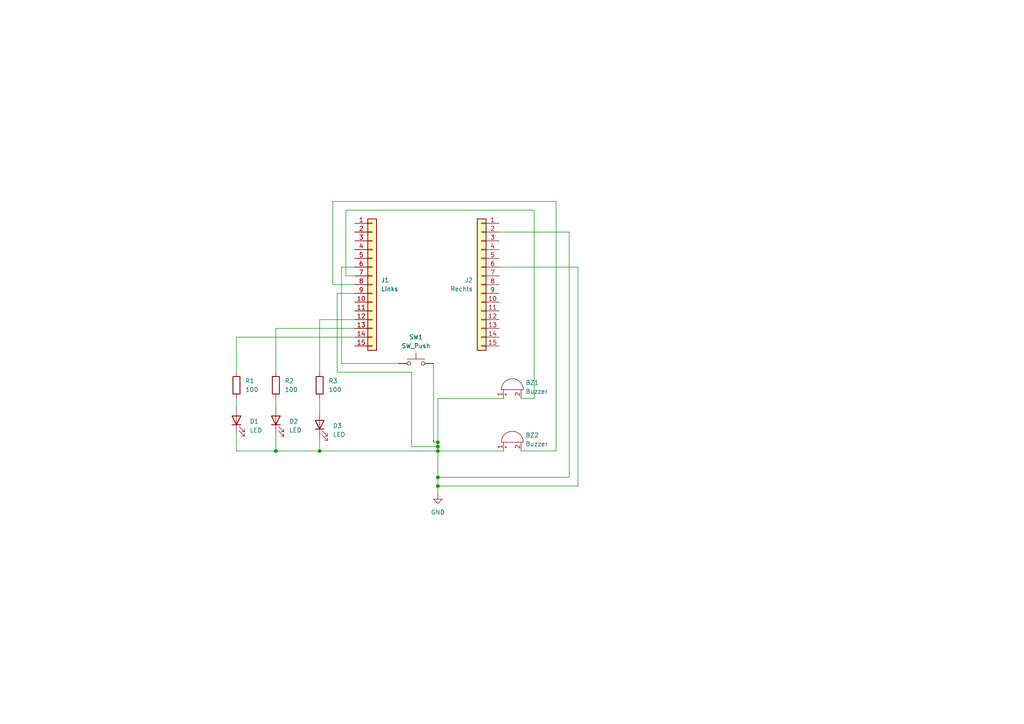
<source format=kicad_sch>
(kicad_sch
	(version 20250114)
	(generator "eeschema")
	(generator_version "9.0")
	(uuid "b60e0c89-4313-4209-9f1d-96b503de96f1")
	(paper "A4")
	(lib_symbols
		(symbol "Connector_Generic:Conn_01x15"
			(pin_names
				(offset 1.016)
				(hide yes)
			)
			(exclude_from_sim no)
			(in_bom yes)
			(on_board yes)
			(property "Reference" "J"
				(at 0 20.32 0)
				(effects
					(font
						(size 1.27 1.27)
					)
				)
			)
			(property "Value" "Conn_01x15"
				(at 0 -20.32 0)
				(effects
					(font
						(size 1.27 1.27)
					)
				)
			)
			(property "Footprint" ""
				(at 0 0 0)
				(effects
					(font
						(size 1.27 1.27)
					)
					(hide yes)
				)
			)
			(property "Datasheet" "~"
				(at 0 0 0)
				(effects
					(font
						(size 1.27 1.27)
					)
					(hide yes)
				)
			)
			(property "Description" "Generic connector, single row, 01x15, script generated (kicad-library-utils/schlib/autogen/connector/)"
				(at 0 0 0)
				(effects
					(font
						(size 1.27 1.27)
					)
					(hide yes)
				)
			)
			(property "ki_keywords" "connector"
				(at 0 0 0)
				(effects
					(font
						(size 1.27 1.27)
					)
					(hide yes)
				)
			)
			(property "ki_fp_filters" "Connector*:*_1x??_*"
				(at 0 0 0)
				(effects
					(font
						(size 1.27 1.27)
					)
					(hide yes)
				)
			)
			(symbol "Conn_01x15_1_1"
				(rectangle
					(start -1.27 19.05)
					(end 1.27 -19.05)
					(stroke
						(width 0.254)
						(type default)
					)
					(fill
						(type background)
					)
				)
				(rectangle
					(start -1.27 17.907)
					(end 0 17.653)
					(stroke
						(width 0.1524)
						(type default)
					)
					(fill
						(type none)
					)
				)
				(rectangle
					(start -1.27 15.367)
					(end 0 15.113)
					(stroke
						(width 0.1524)
						(type default)
					)
					(fill
						(type none)
					)
				)
				(rectangle
					(start -1.27 12.827)
					(end 0 12.573)
					(stroke
						(width 0.1524)
						(type default)
					)
					(fill
						(type none)
					)
				)
				(rectangle
					(start -1.27 10.287)
					(end 0 10.033)
					(stroke
						(width 0.1524)
						(type default)
					)
					(fill
						(type none)
					)
				)
				(rectangle
					(start -1.27 7.747)
					(end 0 7.493)
					(stroke
						(width 0.1524)
						(type default)
					)
					(fill
						(type none)
					)
				)
				(rectangle
					(start -1.27 5.207)
					(end 0 4.953)
					(stroke
						(width 0.1524)
						(type default)
					)
					(fill
						(type none)
					)
				)
				(rectangle
					(start -1.27 2.667)
					(end 0 2.413)
					(stroke
						(width 0.1524)
						(type default)
					)
					(fill
						(type none)
					)
				)
				(rectangle
					(start -1.27 0.127)
					(end 0 -0.127)
					(stroke
						(width 0.1524)
						(type default)
					)
					(fill
						(type none)
					)
				)
				(rectangle
					(start -1.27 -2.413)
					(end 0 -2.667)
					(stroke
						(width 0.1524)
						(type default)
					)
					(fill
						(type none)
					)
				)
				(rectangle
					(start -1.27 -4.953)
					(end 0 -5.207)
					(stroke
						(width 0.1524)
						(type default)
					)
					(fill
						(type none)
					)
				)
				(rectangle
					(start -1.27 -7.493)
					(end 0 -7.747)
					(stroke
						(width 0.1524)
						(type default)
					)
					(fill
						(type none)
					)
				)
				(rectangle
					(start -1.27 -10.033)
					(end 0 -10.287)
					(stroke
						(width 0.1524)
						(type default)
					)
					(fill
						(type none)
					)
				)
				(rectangle
					(start -1.27 -12.573)
					(end 0 -12.827)
					(stroke
						(width 0.1524)
						(type default)
					)
					(fill
						(type none)
					)
				)
				(rectangle
					(start -1.27 -15.113)
					(end 0 -15.367)
					(stroke
						(width 0.1524)
						(type default)
					)
					(fill
						(type none)
					)
				)
				(rectangle
					(start -1.27 -17.653)
					(end 0 -17.907)
					(stroke
						(width 0.1524)
						(type default)
					)
					(fill
						(type none)
					)
				)
				(pin passive line
					(at -5.08 17.78 0)
					(length 3.81)
					(name "Pin_1"
						(effects
							(font
								(size 1.27 1.27)
							)
						)
					)
					(number "1"
						(effects
							(font
								(size 1.27 1.27)
							)
						)
					)
				)
				(pin passive line
					(at -5.08 15.24 0)
					(length 3.81)
					(name "Pin_2"
						(effects
							(font
								(size 1.27 1.27)
							)
						)
					)
					(number "2"
						(effects
							(font
								(size 1.27 1.27)
							)
						)
					)
				)
				(pin passive line
					(at -5.08 12.7 0)
					(length 3.81)
					(name "Pin_3"
						(effects
							(font
								(size 1.27 1.27)
							)
						)
					)
					(number "3"
						(effects
							(font
								(size 1.27 1.27)
							)
						)
					)
				)
				(pin passive line
					(at -5.08 10.16 0)
					(length 3.81)
					(name "Pin_4"
						(effects
							(font
								(size 1.27 1.27)
							)
						)
					)
					(number "4"
						(effects
							(font
								(size 1.27 1.27)
							)
						)
					)
				)
				(pin passive line
					(at -5.08 7.62 0)
					(length 3.81)
					(name "Pin_5"
						(effects
							(font
								(size 1.27 1.27)
							)
						)
					)
					(number "5"
						(effects
							(font
								(size 1.27 1.27)
							)
						)
					)
				)
				(pin passive line
					(at -5.08 5.08 0)
					(length 3.81)
					(name "Pin_6"
						(effects
							(font
								(size 1.27 1.27)
							)
						)
					)
					(number "6"
						(effects
							(font
								(size 1.27 1.27)
							)
						)
					)
				)
				(pin passive line
					(at -5.08 2.54 0)
					(length 3.81)
					(name "Pin_7"
						(effects
							(font
								(size 1.27 1.27)
							)
						)
					)
					(number "7"
						(effects
							(font
								(size 1.27 1.27)
							)
						)
					)
				)
				(pin passive line
					(at -5.08 0 0)
					(length 3.81)
					(name "Pin_8"
						(effects
							(font
								(size 1.27 1.27)
							)
						)
					)
					(number "8"
						(effects
							(font
								(size 1.27 1.27)
							)
						)
					)
				)
				(pin passive line
					(at -5.08 -2.54 0)
					(length 3.81)
					(name "Pin_9"
						(effects
							(font
								(size 1.27 1.27)
							)
						)
					)
					(number "9"
						(effects
							(font
								(size 1.27 1.27)
							)
						)
					)
				)
				(pin passive line
					(at -5.08 -5.08 0)
					(length 3.81)
					(name "Pin_10"
						(effects
							(font
								(size 1.27 1.27)
							)
						)
					)
					(number "10"
						(effects
							(font
								(size 1.27 1.27)
							)
						)
					)
				)
				(pin passive line
					(at -5.08 -7.62 0)
					(length 3.81)
					(name "Pin_11"
						(effects
							(font
								(size 1.27 1.27)
							)
						)
					)
					(number "11"
						(effects
							(font
								(size 1.27 1.27)
							)
						)
					)
				)
				(pin passive line
					(at -5.08 -10.16 0)
					(length 3.81)
					(name "Pin_12"
						(effects
							(font
								(size 1.27 1.27)
							)
						)
					)
					(number "12"
						(effects
							(font
								(size 1.27 1.27)
							)
						)
					)
				)
				(pin passive line
					(at -5.08 -12.7 0)
					(length 3.81)
					(name "Pin_13"
						(effects
							(font
								(size 1.27 1.27)
							)
						)
					)
					(number "13"
						(effects
							(font
								(size 1.27 1.27)
							)
						)
					)
				)
				(pin passive line
					(at -5.08 -15.24 0)
					(length 3.81)
					(name "Pin_14"
						(effects
							(font
								(size 1.27 1.27)
							)
						)
					)
					(number "14"
						(effects
							(font
								(size 1.27 1.27)
							)
						)
					)
				)
				(pin passive line
					(at -5.08 -17.78 0)
					(length 3.81)
					(name "Pin_15"
						(effects
							(font
								(size 1.27 1.27)
							)
						)
					)
					(number "15"
						(effects
							(font
								(size 1.27 1.27)
							)
						)
					)
				)
			)
			(embedded_fonts no)
		)
		(symbol "Device:Buzzer"
			(pin_names
				(offset 0.0254)
				(hide yes)
			)
			(exclude_from_sim no)
			(in_bom yes)
			(on_board yes)
			(property "Reference" "BZ"
				(at 3.81 1.27 0)
				(effects
					(font
						(size 1.27 1.27)
					)
					(justify left)
				)
			)
			(property "Value" "Buzzer"
				(at 3.81 -1.27 0)
				(effects
					(font
						(size 1.27 1.27)
					)
					(justify left)
				)
			)
			(property "Footprint" ""
				(at -0.635 2.54 90)
				(effects
					(font
						(size 1.27 1.27)
					)
					(hide yes)
				)
			)
			(property "Datasheet" "~"
				(at -0.635 2.54 90)
				(effects
					(font
						(size 1.27 1.27)
					)
					(hide yes)
				)
			)
			(property "Description" "Buzzer, polarized"
				(at 0 0 0)
				(effects
					(font
						(size 1.27 1.27)
					)
					(hide yes)
				)
			)
			(property "ki_keywords" "quartz resonator ceramic"
				(at 0 0 0)
				(effects
					(font
						(size 1.27 1.27)
					)
					(hide yes)
				)
			)
			(property "ki_fp_filters" "*Buzzer*"
				(at 0 0 0)
				(effects
					(font
						(size 1.27 1.27)
					)
					(hide yes)
				)
			)
			(symbol "Buzzer_0_1"
				(polyline
					(pts
						(xy -1.651 1.905) (xy -1.143 1.905)
					)
					(stroke
						(width 0)
						(type default)
					)
					(fill
						(type none)
					)
				)
				(polyline
					(pts
						(xy -1.397 2.159) (xy -1.397 1.651)
					)
					(stroke
						(width 0)
						(type default)
					)
					(fill
						(type none)
					)
				)
				(arc
					(start 0 3.175)
					(mid 3.1612 0)
					(end 0 -3.175)
					(stroke
						(width 0)
						(type default)
					)
					(fill
						(type none)
					)
				)
				(polyline
					(pts
						(xy 0 3.175) (xy 0 -3.175)
					)
					(stroke
						(width 0)
						(type default)
					)
					(fill
						(type none)
					)
				)
			)
			(symbol "Buzzer_1_1"
				(pin passive line
					(at -2.54 2.54 0)
					(length 2.54)
					(name "+"
						(effects
							(font
								(size 1.27 1.27)
							)
						)
					)
					(number "1"
						(effects
							(font
								(size 1.27 1.27)
							)
						)
					)
				)
				(pin passive line
					(at -2.54 -2.54 0)
					(length 2.54)
					(name "-"
						(effects
							(font
								(size 1.27 1.27)
							)
						)
					)
					(number "2"
						(effects
							(font
								(size 1.27 1.27)
							)
						)
					)
				)
			)
			(embedded_fonts no)
		)
		(symbol "Device:LED"
			(pin_numbers
				(hide yes)
			)
			(pin_names
				(offset 1.016)
				(hide yes)
			)
			(exclude_from_sim no)
			(in_bom yes)
			(on_board yes)
			(property "Reference" "D"
				(at 0 2.54 0)
				(effects
					(font
						(size 1.27 1.27)
					)
				)
			)
			(property "Value" "LED"
				(at 0 -2.54 0)
				(effects
					(font
						(size 1.27 1.27)
					)
				)
			)
			(property "Footprint" ""
				(at 0 0 0)
				(effects
					(font
						(size 1.27 1.27)
					)
					(hide yes)
				)
			)
			(property "Datasheet" "~"
				(at 0 0 0)
				(effects
					(font
						(size 1.27 1.27)
					)
					(hide yes)
				)
			)
			(property "Description" "Light emitting diode"
				(at 0 0 0)
				(effects
					(font
						(size 1.27 1.27)
					)
					(hide yes)
				)
			)
			(property "Sim.Pins" "1=K 2=A"
				(at 0 0 0)
				(effects
					(font
						(size 1.27 1.27)
					)
					(hide yes)
				)
			)
			(property "ki_keywords" "LED diode"
				(at 0 0 0)
				(effects
					(font
						(size 1.27 1.27)
					)
					(hide yes)
				)
			)
			(property "ki_fp_filters" "LED* LED_SMD:* LED_THT:*"
				(at 0 0 0)
				(effects
					(font
						(size 1.27 1.27)
					)
					(hide yes)
				)
			)
			(symbol "LED_0_1"
				(polyline
					(pts
						(xy -3.048 -0.762) (xy -4.572 -2.286) (xy -3.81 -2.286) (xy -4.572 -2.286) (xy -4.572 -1.524)
					)
					(stroke
						(width 0)
						(type default)
					)
					(fill
						(type none)
					)
				)
				(polyline
					(pts
						(xy -1.778 -0.762) (xy -3.302 -2.286) (xy -2.54 -2.286) (xy -3.302 -2.286) (xy -3.302 -1.524)
					)
					(stroke
						(width 0)
						(type default)
					)
					(fill
						(type none)
					)
				)
				(polyline
					(pts
						(xy -1.27 0) (xy 1.27 0)
					)
					(stroke
						(width 0)
						(type default)
					)
					(fill
						(type none)
					)
				)
				(polyline
					(pts
						(xy -1.27 -1.27) (xy -1.27 1.27)
					)
					(stroke
						(width 0.254)
						(type default)
					)
					(fill
						(type none)
					)
				)
				(polyline
					(pts
						(xy 1.27 -1.27) (xy 1.27 1.27) (xy -1.27 0) (xy 1.27 -1.27)
					)
					(stroke
						(width 0.254)
						(type default)
					)
					(fill
						(type none)
					)
				)
			)
			(symbol "LED_1_1"
				(pin passive line
					(at -3.81 0 0)
					(length 2.54)
					(name "K"
						(effects
							(font
								(size 1.27 1.27)
							)
						)
					)
					(number "1"
						(effects
							(font
								(size 1.27 1.27)
							)
						)
					)
				)
				(pin passive line
					(at 3.81 0 180)
					(length 2.54)
					(name "A"
						(effects
							(font
								(size 1.27 1.27)
							)
						)
					)
					(number "2"
						(effects
							(font
								(size 1.27 1.27)
							)
						)
					)
				)
			)
			(embedded_fonts no)
		)
		(symbol "Device:R"
			(pin_numbers
				(hide yes)
			)
			(pin_names
				(offset 0)
			)
			(exclude_from_sim no)
			(in_bom yes)
			(on_board yes)
			(property "Reference" "R"
				(at 2.032 0 90)
				(effects
					(font
						(size 1.27 1.27)
					)
				)
			)
			(property "Value" "R"
				(at 0 0 90)
				(effects
					(font
						(size 1.27 1.27)
					)
				)
			)
			(property "Footprint" ""
				(at -1.778 0 90)
				(effects
					(font
						(size 1.27 1.27)
					)
					(hide yes)
				)
			)
			(property "Datasheet" "~"
				(at 0 0 0)
				(effects
					(font
						(size 1.27 1.27)
					)
					(hide yes)
				)
			)
			(property "Description" "Resistor"
				(at 0 0 0)
				(effects
					(font
						(size 1.27 1.27)
					)
					(hide yes)
				)
			)
			(property "ki_keywords" "R res resistor"
				(at 0 0 0)
				(effects
					(font
						(size 1.27 1.27)
					)
					(hide yes)
				)
			)
			(property "ki_fp_filters" "R_*"
				(at 0 0 0)
				(effects
					(font
						(size 1.27 1.27)
					)
					(hide yes)
				)
			)
			(symbol "R_0_1"
				(rectangle
					(start -1.016 -2.54)
					(end 1.016 2.54)
					(stroke
						(width 0.254)
						(type default)
					)
					(fill
						(type none)
					)
				)
			)
			(symbol "R_1_1"
				(pin passive line
					(at 0 3.81 270)
					(length 1.27)
					(name "~"
						(effects
							(font
								(size 1.27 1.27)
							)
						)
					)
					(number "1"
						(effects
							(font
								(size 1.27 1.27)
							)
						)
					)
				)
				(pin passive line
					(at 0 -3.81 90)
					(length 1.27)
					(name "~"
						(effects
							(font
								(size 1.27 1.27)
							)
						)
					)
					(number "2"
						(effects
							(font
								(size 1.27 1.27)
							)
						)
					)
				)
			)
			(embedded_fonts no)
		)
		(symbol "Switch:SW_Push"
			(pin_numbers
				(hide yes)
			)
			(pin_names
				(offset 1.016)
				(hide yes)
			)
			(exclude_from_sim no)
			(in_bom yes)
			(on_board yes)
			(property "Reference" "SW"
				(at 1.27 2.54 0)
				(effects
					(font
						(size 1.27 1.27)
					)
					(justify left)
				)
			)
			(property "Value" "SW_Push"
				(at 0 -1.524 0)
				(effects
					(font
						(size 1.27 1.27)
					)
				)
			)
			(property "Footprint" ""
				(at 0 5.08 0)
				(effects
					(font
						(size 1.27 1.27)
					)
					(hide yes)
				)
			)
			(property "Datasheet" "~"
				(at 0 5.08 0)
				(effects
					(font
						(size 1.27 1.27)
					)
					(hide yes)
				)
			)
			(property "Description" "Push button switch, generic, two pins"
				(at 0 0 0)
				(effects
					(font
						(size 1.27 1.27)
					)
					(hide yes)
				)
			)
			(property "ki_keywords" "switch normally-open pushbutton push-button"
				(at 0 0 0)
				(effects
					(font
						(size 1.27 1.27)
					)
					(hide yes)
				)
			)
			(symbol "SW_Push_0_1"
				(circle
					(center -2.032 0)
					(radius 0.508)
					(stroke
						(width 0)
						(type default)
					)
					(fill
						(type none)
					)
				)
				(polyline
					(pts
						(xy 0 1.27) (xy 0 3.048)
					)
					(stroke
						(width 0)
						(type default)
					)
					(fill
						(type none)
					)
				)
				(circle
					(center 2.032 0)
					(radius 0.508)
					(stroke
						(width 0)
						(type default)
					)
					(fill
						(type none)
					)
				)
				(polyline
					(pts
						(xy 2.54 1.27) (xy -2.54 1.27)
					)
					(stroke
						(width 0)
						(type default)
					)
					(fill
						(type none)
					)
				)
				(pin passive line
					(at -5.08 0 0)
					(length 2.54)
					(name "1"
						(effects
							(font
								(size 1.27 1.27)
							)
						)
					)
					(number "1"
						(effects
							(font
								(size 1.27 1.27)
							)
						)
					)
				)
				(pin passive line
					(at 5.08 0 180)
					(length 2.54)
					(name "2"
						(effects
							(font
								(size 1.27 1.27)
							)
						)
					)
					(number "2"
						(effects
							(font
								(size 1.27 1.27)
							)
						)
					)
				)
			)
			(embedded_fonts no)
		)
		(symbol "power:GND"
			(power)
			(pin_numbers
				(hide yes)
			)
			(pin_names
				(offset 0)
				(hide yes)
			)
			(exclude_from_sim no)
			(in_bom yes)
			(on_board yes)
			(property "Reference" "#PWR"
				(at 0 -6.35 0)
				(effects
					(font
						(size 1.27 1.27)
					)
					(hide yes)
				)
			)
			(property "Value" "GND"
				(at 0 -3.81 0)
				(effects
					(font
						(size 1.27 1.27)
					)
				)
			)
			(property "Footprint" ""
				(at 0 0 0)
				(effects
					(font
						(size 1.27 1.27)
					)
					(hide yes)
				)
			)
			(property "Datasheet" ""
				(at 0 0 0)
				(effects
					(font
						(size 1.27 1.27)
					)
					(hide yes)
				)
			)
			(property "Description" "Power symbol creates a global label with name \"GND\" , ground"
				(at 0 0 0)
				(effects
					(font
						(size 1.27 1.27)
					)
					(hide yes)
				)
			)
			(property "ki_keywords" "global power"
				(at 0 0 0)
				(effects
					(font
						(size 1.27 1.27)
					)
					(hide yes)
				)
			)
			(symbol "GND_0_1"
				(polyline
					(pts
						(xy 0 0) (xy 0 -1.27) (xy 1.27 -1.27) (xy 0 -2.54) (xy -1.27 -1.27) (xy 0 -1.27)
					)
					(stroke
						(width 0)
						(type default)
					)
					(fill
						(type none)
					)
				)
			)
			(symbol "GND_1_1"
				(pin power_in line
					(at 0 0 270)
					(length 0)
					(name "~"
						(effects
							(font
								(size 1.27 1.27)
							)
						)
					)
					(number "1"
						(effects
							(font
								(size 1.27 1.27)
							)
						)
					)
				)
			)
			(embedded_fonts no)
		)
	)
	(junction
		(at 127 138.43)
		(diameter 0)
		(color 0 0 0 0)
		(uuid "0475c784-a171-4586-8a1f-c00d738955e5")
	)
	(junction
		(at 92.71 130.81)
		(diameter 0)
		(color 0 0 0 0)
		(uuid "5834ba68-bff0-475e-a20c-199983af7fa8")
	)
	(junction
		(at 127 140.97)
		(diameter 0)
		(color 0 0 0 0)
		(uuid "83dad7f5-8fd3-4ba4-bbd4-f5e09c5268ec")
	)
	(junction
		(at 127 130.81)
		(diameter 0)
		(color 0 0 0 0)
		(uuid "84ed0c51-700a-4274-aa92-59953a66c8ab")
	)
	(junction
		(at 127 129.54)
		(diameter 0)
		(color 0 0 0 0)
		(uuid "8dceb7ba-c630-46ef-86cf-0c2964ce6efd")
	)
	(junction
		(at 127 128.27)
		(diameter 0)
		(color 0 0 0 0)
		(uuid "fba8bfcf-9801-4a76-b268-26042e4e7565")
	)
	(junction
		(at 80.01 130.81)
		(diameter 0)
		(color 0 0 0 0)
		(uuid "ff861272-2e94-458c-bff9-daf19405a140")
	)
	(wire
		(pts
			(xy 68.58 97.79) (xy 68.58 107.95)
		)
		(stroke
			(width 0)
			(type default)
		)
		(uuid "01228100-9e7d-4d04-8e63-91acc00bae73")
	)
	(wire
		(pts
			(xy 96.52 58.42) (xy 161.29 58.42)
		)
		(stroke
			(width 0)
			(type default)
		)
		(uuid "06248cbd-e20d-45c5-a9af-d0238c4ea466")
	)
	(wire
		(pts
			(xy 102.87 97.79) (xy 68.58 97.79)
		)
		(stroke
			(width 0)
			(type default)
		)
		(uuid "0c787181-ed02-4f01-a137-441a72fa0bfb")
	)
	(wire
		(pts
			(xy 80.01 125.73) (xy 80.01 130.81)
		)
		(stroke
			(width 0)
			(type default)
		)
		(uuid "10fa05be-9a4c-46af-b040-d6049cba7aaf")
	)
	(wire
		(pts
			(xy 68.58 115.57) (xy 68.58 118.11)
		)
		(stroke
			(width 0)
			(type default)
		)
		(uuid "1ae8de7b-aa75-4a5a-ae81-ca587f426681")
	)
	(wire
		(pts
			(xy 119.38 129.54) (xy 127 129.54)
		)
		(stroke
			(width 0)
			(type default)
		)
		(uuid "26ca993a-77b2-406a-bd6c-2a060df478e1")
	)
	(wire
		(pts
			(xy 92.71 92.71) (xy 92.71 107.95)
		)
		(stroke
			(width 0)
			(type default)
		)
		(uuid "2884f3c6-26a6-4f16-928c-2bbf44515e0e")
	)
	(wire
		(pts
			(xy 100.33 80.01) (xy 100.33 60.96)
		)
		(stroke
			(width 0)
			(type default)
		)
		(uuid "2e05ec30-5f99-4729-9c63-838979d9385e")
	)
	(wire
		(pts
			(xy 102.87 92.71) (xy 92.71 92.71)
		)
		(stroke
			(width 0)
			(type default)
		)
		(uuid "2e7a5011-00e4-4359-bd05-10e5a91dfd30")
	)
	(wire
		(pts
			(xy 125.73 128.27) (xy 127 128.27)
		)
		(stroke
			(width 0)
			(type default)
		)
		(uuid "3254392f-a8e8-4a95-a29f-b7f848316f7c")
	)
	(wire
		(pts
			(xy 68.58 130.81) (xy 80.01 130.81)
		)
		(stroke
			(width 0)
			(type default)
		)
		(uuid "38eddb95-c67b-401a-8b0e-984cb02ae06a")
	)
	(wire
		(pts
			(xy 165.1 138.43) (xy 127 138.43)
		)
		(stroke
			(width 0)
			(type default)
		)
		(uuid "3d803d0b-0759-457f-a3f8-f0397012bc31")
	)
	(wire
		(pts
			(xy 68.58 125.73) (xy 68.58 130.81)
		)
		(stroke
			(width 0)
			(type default)
		)
		(uuid "3e29cfce-68de-42b8-8449-559feee3bdd3")
	)
	(wire
		(pts
			(xy 167.64 77.47) (xy 167.64 140.97)
		)
		(stroke
			(width 0)
			(type default)
		)
		(uuid "3f216978-7c7f-4209-a14f-d4f8ddc82999")
	)
	(wire
		(pts
			(xy 119.38 107.95) (xy 119.38 129.54)
		)
		(stroke
			(width 0)
			(type default)
		)
		(uuid "413f0a43-111c-41dd-94ad-149373b24f92")
	)
	(wire
		(pts
			(xy 102.87 95.25) (xy 80.01 95.25)
		)
		(stroke
			(width 0)
			(type default)
		)
		(uuid "51d1c9f3-5417-41de-b3ce-ba24c40eb7db")
	)
	(wire
		(pts
			(xy 154.94 115.57) (xy 151.13 115.57)
		)
		(stroke
			(width 0)
			(type default)
		)
		(uuid "53e4a992-f482-4b4e-a475-0b1936c2c78f")
	)
	(wire
		(pts
			(xy 161.29 130.81) (xy 151.13 130.81)
		)
		(stroke
			(width 0)
			(type default)
		)
		(uuid "5491ed24-1107-4403-a10f-66cc1a4c2c39")
	)
	(wire
		(pts
			(xy 144.78 67.31) (xy 165.1 67.31)
		)
		(stroke
			(width 0)
			(type default)
		)
		(uuid "58330029-4d85-4dd4-a32f-8c2b66030948")
	)
	(wire
		(pts
			(xy 80.01 95.25) (xy 80.01 107.95)
		)
		(stroke
			(width 0)
			(type default)
		)
		(uuid "5a26b607-26dc-4cc4-9ba2-9cdfd7e381b0")
	)
	(wire
		(pts
			(xy 127 128.27) (xy 127 129.54)
		)
		(stroke
			(width 0)
			(type default)
		)
		(uuid "6dc35376-8f3b-449e-a9cb-f8cc3d94666a")
	)
	(wire
		(pts
			(xy 125.73 105.41) (xy 125.73 128.27)
		)
		(stroke
			(width 0)
			(type default)
		)
		(uuid "7307d6f0-35c5-4028-837a-021a5b3d241e")
	)
	(wire
		(pts
			(xy 100.33 60.96) (xy 154.94 60.96)
		)
		(stroke
			(width 0)
			(type default)
		)
		(uuid "795c3f5f-3aae-4e69-9e99-957c715eeb7a")
	)
	(wire
		(pts
			(xy 144.78 77.47) (xy 167.64 77.47)
		)
		(stroke
			(width 0)
			(type default)
		)
		(uuid "7ad0faea-8e64-4858-a277-51ef8bc2059e")
	)
	(wire
		(pts
			(xy 80.01 115.57) (xy 80.01 118.11)
		)
		(stroke
			(width 0)
			(type default)
		)
		(uuid "7d405018-ac35-4c43-bc35-b68f9d2d0f0e")
	)
	(wire
		(pts
			(xy 92.71 130.81) (xy 92.71 127)
		)
		(stroke
			(width 0)
			(type default)
		)
		(uuid "7e5ee077-7bc2-401f-8ade-030b40502192")
	)
	(wire
		(pts
			(xy 99.06 77.47) (xy 99.06 105.41)
		)
		(stroke
			(width 0)
			(type default)
		)
		(uuid "7f1e253e-b0ed-40fa-a00f-2122df6c9a53")
	)
	(wire
		(pts
			(xy 80.01 130.81) (xy 92.71 130.81)
		)
		(stroke
			(width 0)
			(type default)
		)
		(uuid "800468e8-527a-460b-bf7a-cd3ebd87ec3b")
	)
	(wire
		(pts
			(xy 102.87 82.55) (xy 96.52 82.55)
		)
		(stroke
			(width 0)
			(type default)
		)
		(uuid "83d2a46c-2115-43db-9a7b-159e0dda659b")
	)
	(wire
		(pts
			(xy 96.52 82.55) (xy 96.52 58.42)
		)
		(stroke
			(width 0)
			(type default)
		)
		(uuid "92410245-f085-4c08-9375-2fa246ba03a4")
	)
	(wire
		(pts
			(xy 97.79 85.09) (xy 97.79 107.95)
		)
		(stroke
			(width 0)
			(type default)
		)
		(uuid "9bfc8835-bf15-4fe2-a6b4-d7edf7724c73")
	)
	(wire
		(pts
			(xy 161.29 58.42) (xy 161.29 130.81)
		)
		(stroke
			(width 0)
			(type default)
		)
		(uuid "a3b36689-249b-4de9-bbd3-fa102ada211d")
	)
	(wire
		(pts
			(xy 92.71 115.57) (xy 92.71 119.38)
		)
		(stroke
			(width 0)
			(type default)
		)
		(uuid "a5b83888-b20e-466c-9681-30eab26832bc")
	)
	(wire
		(pts
			(xy 127 140.97) (xy 127 138.43)
		)
		(stroke
			(width 0)
			(type default)
		)
		(uuid "abc54e0a-1c8d-446b-9ecb-dce682b8bb02")
	)
	(wire
		(pts
			(xy 127 130.81) (xy 92.71 130.81)
		)
		(stroke
			(width 0)
			(type default)
		)
		(uuid "ba04be72-161c-479b-8c4d-4e3defa5b0d0")
	)
	(wire
		(pts
			(xy 97.79 107.95) (xy 119.38 107.95)
		)
		(stroke
			(width 0)
			(type default)
		)
		(uuid "bb6384dc-fba4-4de1-8e3d-50623e6f6c6c")
	)
	(wire
		(pts
			(xy 99.06 105.41) (xy 115.57 105.41)
		)
		(stroke
			(width 0)
			(type default)
		)
		(uuid "bd37cb76-4e2b-4e2c-8761-91fbb42850ed")
	)
	(wire
		(pts
			(xy 102.87 80.01) (xy 100.33 80.01)
		)
		(stroke
			(width 0)
			(type default)
		)
		(uuid "c28a47ec-a342-48a5-b1df-debe4f764fdd")
	)
	(wire
		(pts
			(xy 167.64 140.97) (xy 127 140.97)
		)
		(stroke
			(width 0)
			(type default)
		)
		(uuid "cd5cc8f7-d98b-440d-b586-7ce28d75ddf0")
	)
	(wire
		(pts
			(xy 154.94 60.96) (xy 154.94 115.57)
		)
		(stroke
			(width 0)
			(type default)
		)
		(uuid "d0082d3f-ae02-414b-9ec8-f5d0c833a97e")
	)
	(wire
		(pts
			(xy 165.1 67.31) (xy 165.1 138.43)
		)
		(stroke
			(width 0)
			(type default)
		)
		(uuid "d36f8d7f-40b1-4e21-a14e-69e1d6754dc3")
	)
	(wire
		(pts
			(xy 127 129.54) (xy 127 130.81)
		)
		(stroke
			(width 0)
			(type default)
		)
		(uuid "d39d4c2e-0b29-4ee5-883d-c933246cb885")
	)
	(wire
		(pts
			(xy 127 130.81) (xy 146.05 130.81)
		)
		(stroke
			(width 0)
			(type default)
		)
		(uuid "dfbc92a0-87b9-4290-87cb-a62b2fb5cf25")
	)
	(wire
		(pts
			(xy 102.87 85.09) (xy 97.79 85.09)
		)
		(stroke
			(width 0)
			(type default)
		)
		(uuid "eb39e17e-d56f-48f0-95df-6fda88be2d68")
	)
	(wire
		(pts
			(xy 146.05 115.57) (xy 127 115.57)
		)
		(stroke
			(width 0)
			(type default)
		)
		(uuid "eb818faa-471a-40cc-85f6-e072bb86fece")
	)
	(wire
		(pts
			(xy 127 138.43) (xy 127 130.81)
		)
		(stroke
			(width 0)
			(type default)
		)
		(uuid "ee404c6e-eeb5-484b-bad0-4b3b72c1ff7a")
	)
	(wire
		(pts
			(xy 127 143.51) (xy 127 140.97)
		)
		(stroke
			(width 0)
			(type default)
		)
		(uuid "f4135a82-f60e-4a56-93df-b24fdf293b9a")
	)
	(wire
		(pts
			(xy 127 115.57) (xy 127 128.27)
		)
		(stroke
			(width 0)
			(type default)
		)
		(uuid "fd1492b2-465f-4875-ac3a-7d9dcadd67bf")
	)
	(wire
		(pts
			(xy 102.87 77.47) (xy 99.06 77.47)
		)
		(stroke
			(width 0)
			(type default)
		)
		(uuid "fe3827a5-b874-47c6-a001-07dd28f6bf36")
	)
	(symbol
		(lib_id "power:GND")
		(at 127 143.51 0)
		(unit 1)
		(exclude_from_sim no)
		(in_bom yes)
		(on_board yes)
		(dnp no)
		(fields_autoplaced yes)
		(uuid "07b42fbe-5b67-45fb-9308-b56902dbe60b")
		(property "Reference" "#PWR02"
			(at 127 149.86 0)
			(effects
				(font
					(size 1.27 1.27)
				)
				(hide yes)
			)
		)
		(property "Value" "GND"
			(at 127 148.59 0)
			(effects
				(font
					(size 1.27 1.27)
				)
			)
		)
		(property "Footprint" ""
			(at 127 143.51 0)
			(effects
				(font
					(size 1.27 1.27)
				)
				(hide yes)
			)
		)
		(property "Datasheet" ""
			(at 127 143.51 0)
			(effects
				(font
					(size 1.27 1.27)
				)
				(hide yes)
			)
		)
		(property "Description" "Power symbol creates a global label with name \"GND\" , ground"
			(at 127 143.51 0)
			(effects
				(font
					(size 1.27 1.27)
				)
				(hide yes)
			)
		)
		(pin "1"
			(uuid "198c350b-9ea4-4acb-8f2e-bca09b0a00c0")
		)
		(instances
			(project ""
				(path "/b60e0c89-4313-4209-9f1d-96b503de96f1"
					(reference "#PWR02")
					(unit 1)
				)
			)
		)
	)
	(symbol
		(lib_id "Switch:SW_Push")
		(at 120.65 105.41 0)
		(unit 1)
		(exclude_from_sim no)
		(in_bom yes)
		(on_board yes)
		(dnp no)
		(fields_autoplaced yes)
		(uuid "092d6d58-e892-48fa-b66a-2301672318c4")
		(property "Reference" "SW1"
			(at 120.65 97.79 0)
			(effects
				(font
					(size 1.27 1.27)
				)
			)
		)
		(property "Value" "SW_Push"
			(at 120.65 100.33 0)
			(effects
				(font
					(size 1.27 1.27)
				)
			)
		)
		(property "Footprint" "Button_Switch_THT:SW_PUSH_1P1T_6x3.5mm_H5.0_APEM_MJTP1250"
			(at 120.65 100.33 0)
			(effects
				(font
					(size 1.27 1.27)
				)
				(hide yes)
			)
		)
		(property "Datasheet" "~"
			(at 120.65 100.33 0)
			(effects
				(font
					(size 1.27 1.27)
				)
				(hide yes)
			)
		)
		(property "Description" "Push button switch, generic, two pins"
			(at 120.65 105.41 0)
			(effects
				(font
					(size 1.27 1.27)
				)
				(hide yes)
			)
		)
		(pin "1"
			(uuid "cf16bf3d-125c-4dcd-a9be-7a06edb428a9")
		)
		(pin "2"
			(uuid "3ebc5ef5-0b4e-463a-adcb-d28afb093ff7")
		)
		(instances
			(project ""
				(path "/b60e0c89-4313-4209-9f1d-96b503de96f1"
					(reference "SW1")
					(unit 1)
				)
			)
		)
	)
	(symbol
		(lib_id "Device:R")
		(at 92.71 111.76 0)
		(unit 1)
		(exclude_from_sim no)
		(in_bom yes)
		(on_board yes)
		(dnp no)
		(fields_autoplaced yes)
		(uuid "29e33bff-78d6-4167-8953-a5a8bdb82844")
		(property "Reference" "R3"
			(at 95.25 110.4899 0)
			(effects
				(font
					(size 1.27 1.27)
				)
				(justify left)
			)
		)
		(property "Value" "100"
			(at 95.25 113.0299 0)
			(effects
				(font
					(size 1.27 1.27)
				)
				(justify left)
			)
		)
		(property "Footprint" "Resistor_THT:R_Axial_DIN0207_L6.3mm_D2.5mm_P7.62mm_Horizontal"
			(at 90.932 111.76 90)
			(effects
				(font
					(size 1.27 1.27)
				)
				(hide yes)
			)
		)
		(property "Datasheet" "~"
			(at 92.71 111.76 0)
			(effects
				(font
					(size 1.27 1.27)
				)
				(hide yes)
			)
		)
		(property "Description" "Resistor"
			(at 92.71 111.76 0)
			(effects
				(font
					(size 1.27 1.27)
				)
				(hide yes)
			)
		)
		(pin "2"
			(uuid "14df7bba-c2a5-4855-b036-a2aa47bc3f78")
		)
		(pin "1"
			(uuid "309f8d45-007c-427a-8dfd-56d93a03b985")
		)
		(instances
			(project "Empfaenger"
				(path "/b60e0c89-4313-4209-9f1d-96b503de96f1"
					(reference "R3")
					(unit 1)
				)
			)
		)
	)
	(symbol
		(lib_id "Device:R")
		(at 68.58 111.76 0)
		(unit 1)
		(exclude_from_sim no)
		(in_bom yes)
		(on_board yes)
		(dnp no)
		(fields_autoplaced yes)
		(uuid "3932cecd-1c85-4cd0-945a-942647b61d11")
		(property "Reference" "R1"
			(at 71.12 110.4899 0)
			(effects
				(font
					(size 1.27 1.27)
				)
				(justify left)
			)
		)
		(property "Value" "100"
			(at 71.12 113.0299 0)
			(effects
				(font
					(size 1.27 1.27)
				)
				(justify left)
			)
		)
		(property "Footprint" "Resistor_THT:R_Axial_DIN0207_L6.3mm_D2.5mm_P7.62mm_Horizontal"
			(at 66.802 111.76 90)
			(effects
				(font
					(size 1.27 1.27)
				)
				(hide yes)
			)
		)
		(property "Datasheet" "~"
			(at 68.58 111.76 0)
			(effects
				(font
					(size 1.27 1.27)
				)
				(hide yes)
			)
		)
		(property "Description" "Resistor"
			(at 68.58 111.76 0)
			(effects
				(font
					(size 1.27 1.27)
				)
				(hide yes)
			)
		)
		(pin "2"
			(uuid "ff280ca9-128e-4f74-81e8-8aed3e82fdf2")
		)
		(pin "1"
			(uuid "81b2b427-c049-4288-8d91-c69c3ee46aa0")
		)
		(instances
			(project ""
				(path "/b60e0c89-4313-4209-9f1d-96b503de96f1"
					(reference "R1")
					(unit 1)
				)
			)
		)
	)
	(symbol
		(lib_id "Connector_Generic:Conn_01x15")
		(at 139.7 82.55 0)
		(mirror y)
		(unit 1)
		(exclude_from_sim no)
		(in_bom yes)
		(on_board yes)
		(dnp no)
		(uuid "526f9dae-19c3-4099-ad40-5fa6575c2904")
		(property "Reference" "J2"
			(at 137.16 81.2799 0)
			(effects
				(font
					(size 1.27 1.27)
				)
				(justify left)
			)
		)
		(property "Value" "Rechts"
			(at 137.16 83.8199 0)
			(effects
				(font
					(size 1.27 1.27)
				)
				(justify left)
			)
		)
		(property "Footprint" "Connector_PinSocket_2.54mm:PinSocket_1x15_P2.54mm_Vertical"
			(at 139.7 82.55 0)
			(effects
				(font
					(size 1.27 1.27)
				)
				(hide yes)
			)
		)
		(property "Datasheet" "~"
			(at 139.7 82.55 0)
			(effects
				(font
					(size 1.27 1.27)
				)
				(hide yes)
			)
		)
		(property "Description" "Generic connector, single row, 01x15, script generated (kicad-library-utils/schlib/autogen/connector/)"
			(at 139.7 82.55 0)
			(effects
				(font
					(size 1.27 1.27)
				)
				(hide yes)
			)
		)
		(pin "1"
			(uuid "1625f004-bb0c-47ad-a857-c446186b0614")
		)
		(pin "3"
			(uuid "66c8e8cb-de45-40a0-bb96-eeed63dd42bd")
		)
		(pin "6"
			(uuid "e67dc314-5a27-4c96-97b4-f758194638f5")
		)
		(pin "4"
			(uuid "f1be2b87-f5a4-49fa-9057-472d59b365cc")
		)
		(pin "9"
			(uuid "d4c626ad-d1c6-4898-b591-d454b823b14e")
		)
		(pin "2"
			(uuid "9e70f62b-6743-44dd-9615-c3b6fdf03dbd")
		)
		(pin "5"
			(uuid "9513bb76-f48b-4cbd-91d7-fe11bacd7581")
		)
		(pin "7"
			(uuid "0e560878-5224-4244-bfd3-e3ed82d8e354")
		)
		(pin "8"
			(uuid "4d7e2887-e720-4bed-8c0b-9576a53fbef2")
		)
		(pin "11"
			(uuid "ba341148-e9e3-4ebc-9ee0-c406f737e008")
		)
		(pin "13"
			(uuid "24d5c847-cbc7-42fb-a9b7-a7e5f617fb0d")
		)
		(pin "15"
			(uuid "8357e9cf-6500-4726-b8d1-b81375facff9")
		)
		(pin "10"
			(uuid "3b373e52-833a-4e74-9c8a-8f16d704e395")
		)
		(pin "14"
			(uuid "560dcb55-86f7-4cea-8b2e-5e58776509e9")
		)
		(pin "12"
			(uuid "3b298091-b341-491f-8294-501ace97a1ed")
		)
		(instances
			(project "Empfaenger"
				(path "/b60e0c89-4313-4209-9f1d-96b503de96f1"
					(reference "J2")
					(unit 1)
				)
			)
		)
	)
	(symbol
		(lib_id "Device:LED")
		(at 68.58 121.92 90)
		(unit 1)
		(exclude_from_sim no)
		(in_bom yes)
		(on_board yes)
		(dnp no)
		(fields_autoplaced yes)
		(uuid "614a9523-d5be-48b5-8612-d6607f08e7a9")
		(property "Reference" "D1"
			(at 72.39 122.2374 90)
			(effects
				(font
					(size 1.27 1.27)
				)
				(justify right)
			)
		)
		(property "Value" "LED"
			(at 72.39 124.7774 90)
			(effects
				(font
					(size 1.27 1.27)
				)
				(justify right)
			)
		)
		(property "Footprint" "LED_THT:LED_D5.0mm"
			(at 68.58 121.92 0)
			(effects
				(font
					(size 1.27 1.27)
				)
				(hide yes)
			)
		)
		(property "Datasheet" "~"
			(at 68.58 121.92 0)
			(effects
				(font
					(size 1.27 1.27)
				)
				(hide yes)
			)
		)
		(property "Description" "Light emitting diode"
			(at 68.58 121.92 0)
			(effects
				(font
					(size 1.27 1.27)
				)
				(hide yes)
			)
		)
		(property "Sim.Pins" "1=K 2=A"
			(at 68.58 121.92 0)
			(effects
				(font
					(size 1.27 1.27)
				)
				(hide yes)
			)
		)
		(pin "2"
			(uuid "53909030-56e8-4936-b7ed-9d31cf015652")
		)
		(pin "1"
			(uuid "44141a66-6d3c-402b-bdca-cdd12b1cbc7d")
		)
		(instances
			(project ""
				(path "/b60e0c89-4313-4209-9f1d-96b503de96f1"
					(reference "D1")
					(unit 1)
				)
			)
		)
	)
	(symbol
		(lib_id "Device:LED")
		(at 80.01 121.92 90)
		(unit 1)
		(exclude_from_sim no)
		(in_bom yes)
		(on_board yes)
		(dnp no)
		(fields_autoplaced yes)
		(uuid "6af9d102-e222-4251-953f-0b1723090db1")
		(property "Reference" "D2"
			(at 83.82 122.2374 90)
			(effects
				(font
					(size 1.27 1.27)
				)
				(justify right)
			)
		)
		(property "Value" "LED"
			(at 83.82 124.7774 90)
			(effects
				(font
					(size 1.27 1.27)
				)
				(justify right)
			)
		)
		(property "Footprint" "LED_THT:LED_D5.0mm"
			(at 80.01 121.92 0)
			(effects
				(font
					(size 1.27 1.27)
				)
				(hide yes)
			)
		)
		(property "Datasheet" "~"
			(at 80.01 121.92 0)
			(effects
				(font
					(size 1.27 1.27)
				)
				(hide yes)
			)
		)
		(property "Description" "Light emitting diode"
			(at 80.01 121.92 0)
			(effects
				(font
					(size 1.27 1.27)
				)
				(hide yes)
			)
		)
		(property "Sim.Pins" "1=K 2=A"
			(at 80.01 121.92 0)
			(effects
				(font
					(size 1.27 1.27)
				)
				(hide yes)
			)
		)
		(pin "2"
			(uuid "520e16ee-f81d-4e4a-8456-e9d858e3930d")
		)
		(pin "1"
			(uuid "43af2293-9971-42bb-abb0-086731829e7a")
		)
		(instances
			(project "Empfaenger"
				(path "/b60e0c89-4313-4209-9f1d-96b503de96f1"
					(reference "D2")
					(unit 1)
				)
			)
		)
	)
	(symbol
		(lib_id "Device:LED")
		(at 92.71 123.19 90)
		(unit 1)
		(exclude_from_sim no)
		(in_bom yes)
		(on_board yes)
		(dnp no)
		(fields_autoplaced yes)
		(uuid "a1f97000-23a6-4f61-b930-dd963b1a1b69")
		(property "Reference" "D3"
			(at 96.52 123.5074 90)
			(effects
				(font
					(size 1.27 1.27)
				)
				(justify right)
			)
		)
		(property "Value" "LED"
			(at 96.52 126.0474 90)
			(effects
				(font
					(size 1.27 1.27)
				)
				(justify right)
			)
		)
		(property "Footprint" "LED_THT:LED_D5.0mm"
			(at 92.71 123.19 0)
			(effects
				(font
					(size 1.27 1.27)
				)
				(hide yes)
			)
		)
		(property "Datasheet" "~"
			(at 92.71 123.19 0)
			(effects
				(font
					(size 1.27 1.27)
				)
				(hide yes)
			)
		)
		(property "Description" "Light emitting diode"
			(at 92.71 123.19 0)
			(effects
				(font
					(size 1.27 1.27)
				)
				(hide yes)
			)
		)
		(property "Sim.Pins" "1=K 2=A"
			(at 92.71 123.19 0)
			(effects
				(font
					(size 1.27 1.27)
				)
				(hide yes)
			)
		)
		(pin "2"
			(uuid "adb6d1a0-31b2-4b89-a56a-016d166ae16e")
		)
		(pin "1"
			(uuid "6f285085-1e0d-4079-804b-5e31c137b65c")
		)
		(instances
			(project "Empfaenger"
				(path "/b60e0c89-4313-4209-9f1d-96b503de96f1"
					(reference "D3")
					(unit 1)
				)
			)
		)
	)
	(symbol
		(lib_id "Connector_Generic:Conn_01x15")
		(at 107.95 82.55 0)
		(unit 1)
		(exclude_from_sim no)
		(in_bom yes)
		(on_board yes)
		(dnp no)
		(fields_autoplaced yes)
		(uuid "a40c615b-841d-4bb5-bdc3-ee78c86b3b87")
		(property "Reference" "J1"
			(at 110.49 81.2799 0)
			(effects
				(font
					(size 1.27 1.27)
				)
				(justify left)
			)
		)
		(property "Value" "Links"
			(at 110.49 83.8199 0)
			(effects
				(font
					(size 1.27 1.27)
				)
				(justify left)
			)
		)
		(property "Footprint" "Connector_PinSocket_2.54mm:PinSocket_1x15_P2.54mm_Vertical"
			(at 107.95 82.55 0)
			(effects
				(font
					(size 1.27 1.27)
				)
				(hide yes)
			)
		)
		(property "Datasheet" "~"
			(at 107.95 82.55 0)
			(effects
				(font
					(size 1.27 1.27)
				)
				(hide yes)
			)
		)
		(property "Description" "Generic connector, single row, 01x15, script generated (kicad-library-utils/schlib/autogen/connector/)"
			(at 107.95 82.55 0)
			(effects
				(font
					(size 1.27 1.27)
				)
				(hide yes)
			)
		)
		(pin "1"
			(uuid "18c2be46-08f6-4ae1-9494-b53f1112bd72")
		)
		(pin "3"
			(uuid "6d6eb925-3c6e-432e-b07c-28ede4dfbb91")
		)
		(pin "6"
			(uuid "bcf8be52-6bdd-4d60-a4f8-54c32f62cbb8")
		)
		(pin "4"
			(uuid "3f9eb903-6648-4d6e-b166-23856b2b0c86")
		)
		(pin "9"
			(uuid "a5d216d6-75c3-47f5-be82-9814a7c9a800")
		)
		(pin "2"
			(uuid "b23202e8-57b0-483f-bb56-400f73ea10c8")
		)
		(pin "5"
			(uuid "f0398770-f001-4ec4-8166-660c938d0abf")
		)
		(pin "7"
			(uuid "5f4a18e0-7799-4148-868c-27b8d808a195")
		)
		(pin "8"
			(uuid "bd1e3e25-6cd7-4c97-bae8-b354403df2b9")
		)
		(pin "11"
			(uuid "a629f38a-fffb-49e5-8c66-dfb6ce7f0126")
		)
		(pin "13"
			(uuid "bf6c4d39-1d28-4aca-a44f-6bf0112dd42b")
		)
		(pin "15"
			(uuid "075c98c0-98a6-4bc1-a318-edac13d6ae80")
		)
		(pin "10"
			(uuid "71a6ecb6-a29d-4f42-9635-5a8cade6bc26")
		)
		(pin "14"
			(uuid "f0bb18fb-bf88-4ea2-a873-a039a13c893c")
		)
		(pin "12"
			(uuid "cb49ea03-4f30-4ce0-ba5f-35219c6af963")
		)
		(instances
			(project ""
				(path "/b60e0c89-4313-4209-9f1d-96b503de96f1"
					(reference "J1")
					(unit 1)
				)
			)
		)
	)
	(symbol
		(lib_id "Device:Buzzer")
		(at 148.59 128.27 90)
		(unit 1)
		(exclude_from_sim no)
		(in_bom yes)
		(on_board yes)
		(dnp no)
		(fields_autoplaced yes)
		(uuid "a9ca85e9-d630-439d-8756-256ee838797a")
		(property "Reference" "BZ2"
			(at 152.4 126.2448 90)
			(effects
				(font
					(size 1.27 1.27)
				)
				(justify right)
			)
		)
		(property "Value" "Buzzer"
			(at 152.4 128.7848 90)
			(effects
				(font
					(size 1.27 1.27)
				)
				(justify right)
			)
		)
		(property "Footprint" "Buzzer_Beeper:Buzzer_D14mm_H7mm_P10mm"
			(at 146.05 128.905 90)
			(effects
				(font
					(size 1.27 1.27)
				)
				(hide yes)
			)
		)
		(property "Datasheet" "~"
			(at 146.05 128.905 90)
			(effects
				(font
					(size 1.27 1.27)
				)
				(hide yes)
			)
		)
		(property "Description" "Buzzer, polarized"
			(at 148.59 128.27 0)
			(effects
				(font
					(size 1.27 1.27)
				)
				(hide yes)
			)
		)
		(pin "1"
			(uuid "72728c23-d15a-4892-9a87-31400f4769da")
		)
		(pin "2"
			(uuid "cf3a7d56-4220-458b-abc2-645dffa22f06")
		)
		(instances
			(project "Empfaenger"
				(path "/b60e0c89-4313-4209-9f1d-96b503de96f1"
					(reference "BZ2")
					(unit 1)
				)
			)
		)
	)
	(symbol
		(lib_id "Device:Buzzer")
		(at 148.59 113.03 90)
		(unit 1)
		(exclude_from_sim no)
		(in_bom yes)
		(on_board yes)
		(dnp no)
		(fields_autoplaced yes)
		(uuid "d7b0c93c-bb0a-4894-94c7-3f61c7133067")
		(property "Reference" "BZ1"
			(at 152.4 111.0048 90)
			(effects
				(font
					(size 1.27 1.27)
				)
				(justify right)
			)
		)
		(property "Value" "Buzzer"
			(at 152.4 113.5448 90)
			(effects
				(font
					(size 1.27 1.27)
				)
				(justify right)
			)
		)
		(property "Footprint" "Buzzer_Beeper:Buzzer_D14mm_H7mm_P10mm"
			(at 146.05 113.665 90)
			(effects
				(font
					(size 1.27 1.27)
				)
				(hide yes)
			)
		)
		(property "Datasheet" "~"
			(at 146.05 113.665 90)
			(effects
				(font
					(size 1.27 1.27)
				)
				(hide yes)
			)
		)
		(property "Description" "Buzzer, polarized"
			(at 148.59 113.03 0)
			(effects
				(font
					(size 1.27 1.27)
				)
				(hide yes)
			)
		)
		(pin "1"
			(uuid "b75d4a5e-1c16-4cff-8cad-3c3c2d57dee9")
		)
		(pin "2"
			(uuid "7a5297bd-720a-41c0-97d1-9e507249a87a")
		)
		(instances
			(project ""
				(path "/b60e0c89-4313-4209-9f1d-96b503de96f1"
					(reference "BZ1")
					(unit 1)
				)
			)
		)
	)
	(symbol
		(lib_id "Device:R")
		(at 80.01 111.76 0)
		(unit 1)
		(exclude_from_sim no)
		(in_bom yes)
		(on_board yes)
		(dnp no)
		(fields_autoplaced yes)
		(uuid "e22d43b2-8fdd-49e0-8353-e2c8a3fcfb09")
		(property "Reference" "R2"
			(at 82.55 110.4899 0)
			(effects
				(font
					(size 1.27 1.27)
				)
				(justify left)
			)
		)
		(property "Value" "100"
			(at 82.55 113.0299 0)
			(effects
				(font
					(size 1.27 1.27)
				)
				(justify left)
			)
		)
		(property "Footprint" "Resistor_THT:R_Axial_DIN0207_L6.3mm_D2.5mm_P7.62mm_Horizontal"
			(at 78.232 111.76 90)
			(effects
				(font
					(size 1.27 1.27)
				)
				(hide yes)
			)
		)
		(property "Datasheet" "~"
			(at 80.01 111.76 0)
			(effects
				(font
					(size 1.27 1.27)
				)
				(hide yes)
			)
		)
		(property "Description" "Resistor"
			(at 80.01 111.76 0)
			(effects
				(font
					(size 1.27 1.27)
				)
				(hide yes)
			)
		)
		(pin "2"
			(uuid "058a3e25-fbf6-4e41-9a27-c84371e84f22")
		)
		(pin "1"
			(uuid "245a8d25-9bec-47a5-be8d-5ed895c3980b")
		)
		(instances
			(project "Empfaenger"
				(path "/b60e0c89-4313-4209-9f1d-96b503de96f1"
					(reference "R2")
					(unit 1)
				)
			)
		)
	)
	(sheet_instances
		(path "/"
			(page "1")
		)
	)
	(embedded_fonts no)
)

</source>
